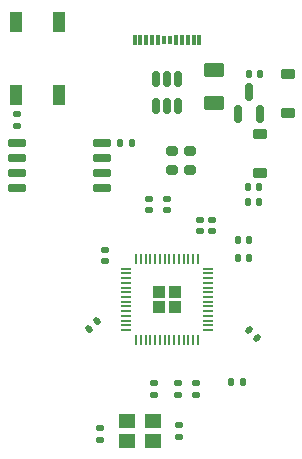
<source format=gtp>
G04 #@! TF.GenerationSoftware,KiCad,Pcbnew,(6.0.7)*
G04 #@! TF.CreationDate,2023-01-16T00:23:34-06:00*
G04 #@! TF.ProjectId,OpenRectangle,4f70656e-5265-4637-9461-6e676c652e6b,rev?*
G04 #@! TF.SameCoordinates,Original*
G04 #@! TF.FileFunction,Paste,Top*
G04 #@! TF.FilePolarity,Positive*
%FSLAX46Y46*%
G04 Gerber Fmt 4.6, Leading zero omitted, Abs format (unit mm)*
G04 Created by KiCad (PCBNEW (6.0.7)) date 2023-01-16 00:23:34*
%MOMM*%
%LPD*%
G01*
G04 APERTURE LIST*
G04 Aperture macros list*
%AMRoundRect*
0 Rectangle with rounded corners*
0 $1 Rounding radius*
0 $2 $3 $4 $5 $6 $7 $8 $9 X,Y pos of 4 corners*
0 Add a 4 corners polygon primitive as box body*
4,1,4,$2,$3,$4,$5,$6,$7,$8,$9,$2,$3,0*
0 Add four circle primitives for the rounded corners*
1,1,$1+$1,$2,$3*
1,1,$1+$1,$4,$5*
1,1,$1+$1,$6,$7*
1,1,$1+$1,$8,$9*
0 Add four rect primitives between the rounded corners*
20,1,$1+$1,$2,$3,$4,$5,0*
20,1,$1+$1,$4,$5,$6,$7,0*
20,1,$1+$1,$6,$7,$8,$9,0*
20,1,$1+$1,$8,$9,$2,$3,0*%
G04 Aperture macros list end*
%ADD10R,1.100000X1.800000*%
%ADD11RoundRect,0.140000X0.170000X-0.140000X0.170000X0.140000X-0.170000X0.140000X-0.170000X-0.140000X0*%
%ADD12RoundRect,0.150000X0.150000X-0.587500X0.150000X0.587500X-0.150000X0.587500X-0.150000X-0.587500X0*%
%ADD13RoundRect,0.140000X0.140000X0.170000X-0.140000X0.170000X-0.140000X-0.170000X0.140000X-0.170000X0*%
%ADD14RoundRect,0.140000X-0.219203X-0.021213X-0.021213X-0.219203X0.219203X0.021213X0.021213X0.219203X0*%
%ADD15R,1.400000X1.200000*%
%ADD16RoundRect,0.140000X-0.021213X0.219203X-0.219203X0.021213X0.021213X-0.219203X0.219203X-0.021213X0*%
%ADD17RoundRect,0.250000X-0.625000X0.375000X-0.625000X-0.375000X0.625000X-0.375000X0.625000X0.375000X0*%
%ADD18RoundRect,0.225000X0.375000X-0.225000X0.375000X0.225000X-0.375000X0.225000X-0.375000X-0.225000X0*%
%ADD19RoundRect,0.140000X-0.140000X-0.170000X0.140000X-0.170000X0.140000X0.170000X-0.140000X0.170000X0*%
%ADD20RoundRect,0.135000X0.185000X-0.135000X0.185000X0.135000X-0.185000X0.135000X-0.185000X-0.135000X0*%
%ADD21RoundRect,0.140000X-0.170000X0.140000X-0.170000X-0.140000X0.170000X-0.140000X0.170000X0.140000X0*%
%ADD22RoundRect,0.200000X-0.275000X0.200000X-0.275000X-0.200000X0.275000X-0.200000X0.275000X0.200000X0*%
%ADD23RoundRect,0.135000X-0.185000X0.135000X-0.185000X-0.135000X0.185000X-0.135000X0.185000X0.135000X0*%
%ADD24RoundRect,0.250000X-0.292217X-0.292217X0.292217X-0.292217X0.292217X0.292217X-0.292217X0.292217X0*%
%ADD25RoundRect,0.050000X-0.387500X-0.050000X0.387500X-0.050000X0.387500X0.050000X-0.387500X0.050000X0*%
%ADD26RoundRect,0.050000X-0.050000X-0.387500X0.050000X-0.387500X0.050000X0.387500X-0.050000X0.387500X0*%
%ADD27RoundRect,0.135000X0.135000X0.185000X-0.135000X0.185000X-0.135000X-0.185000X0.135000X-0.185000X0*%
%ADD28RoundRect,0.150000X-0.150000X0.512500X-0.150000X-0.512500X0.150000X-0.512500X0.150000X0.512500X0*%
%ADD29R,0.300000X0.900000*%
%ADD30R,0.300000X0.700000*%
%ADD31RoundRect,0.150000X-0.650000X-0.150000X0.650000X-0.150000X0.650000X0.150000X-0.650000X0.150000X0*%
G04 APERTURE END LIST*
D10*
G04 #@! TO.C,SW41*
X189460000Y-37600000D03*
X189460000Y-31400000D03*
X185760000Y-37600000D03*
X185760000Y-31400000D03*
G04 #@! TD*
D11*
G04 #@! TO.C,C10*
X193344750Y-51676018D03*
X193344750Y-50716018D03*
G04 #@! TD*
D12*
G04 #@! TO.C,U1*
X204560000Y-39217500D03*
X206460000Y-39217500D03*
X205510000Y-37342500D03*
G04 #@! TD*
D13*
G04 #@! TO.C,C2*
X206480000Y-35830000D03*
X205520000Y-35830000D03*
G04 #@! TD*
D14*
G04 #@! TO.C,C8*
X205546589Y-57476482D03*
X206225411Y-58155304D03*
G04 #@! TD*
D15*
G04 #@! TO.C,Y1*
X197394000Y-65189250D03*
X195194000Y-65189250D03*
X195194000Y-66889250D03*
X197394000Y-66889250D03*
G04 #@! TD*
D16*
G04 #@! TO.C,C12*
X192668161Y-56698607D03*
X191989339Y-57377429D03*
G04 #@! TD*
D11*
G04 #@! TO.C,C16*
X199567750Y-66535018D03*
X199567750Y-65575018D03*
G04 #@! TD*
D17*
G04 #@! TO.C,F1*
X202550000Y-35440000D03*
X202550000Y-38240000D03*
G04 #@! TD*
D18*
G04 #@! TO.C,D1*
X208830000Y-39130000D03*
X208830000Y-35830000D03*
G04 #@! TD*
D13*
G04 #@! TO.C,C6*
X206400000Y-45425000D03*
X205440000Y-45425000D03*
G04 #@! TD*
D19*
G04 #@! TO.C,C1*
X205440000Y-46625000D03*
X206400000Y-46625000D03*
G04 #@! TD*
D11*
G04 #@! TO.C,C3*
X201345750Y-49136018D03*
X201345750Y-48176018D03*
G04 #@! TD*
D20*
G04 #@! TO.C,R4*
X197437000Y-62993250D03*
X197437000Y-61973250D03*
G04 #@! TD*
D21*
G04 #@! TO.C,C5*
X200993000Y-62003250D03*
X200993000Y-62963250D03*
G04 #@! TD*
D19*
G04 #@! TO.C,C13*
X204577000Y-49910250D03*
X205537000Y-49910250D03*
G04 #@! TD*
D11*
G04 #@! TO.C,C9*
X202361750Y-49136018D03*
X202361750Y-48176018D03*
G04 #@! TD*
D19*
G04 #@! TO.C,C17*
X194620000Y-41640000D03*
X195580000Y-41640000D03*
G04 #@! TD*
D21*
G04 #@! TO.C,C15*
X192865000Y-65829018D03*
X192865000Y-66789018D03*
G04 #@! TD*
D22*
G04 #@! TO.C,R3*
X200540000Y-42315000D03*
X200540000Y-43965000D03*
G04 #@! TD*
D23*
G04 #@! TO.C,R5*
X185850000Y-39210000D03*
X185850000Y-40230000D03*
G04 #@! TD*
D22*
G04 #@! TO.C,R2*
X199010000Y-42315000D03*
X199010000Y-43965000D03*
G04 #@! TD*
D11*
G04 #@! TO.C,C7*
X198580000Y-47342250D03*
X198580000Y-46382250D03*
G04 #@! TD*
D18*
G04 #@! TO.C,D2*
X206450000Y-44230000D03*
X206450000Y-40930000D03*
G04 #@! TD*
D21*
G04 #@! TO.C,C11*
X199469000Y-62003250D03*
X199469000Y-62963250D03*
G04 #@! TD*
D24*
G04 #@! TO.C,U3*
X197942500Y-55532500D03*
X199217500Y-55532500D03*
X197942500Y-54257500D03*
X199217500Y-54257500D03*
D25*
X195142500Y-52295000D03*
X195142500Y-52695000D03*
X195142500Y-53095000D03*
X195142500Y-53495000D03*
X195142500Y-53895000D03*
X195142500Y-54295000D03*
X195142500Y-54695000D03*
X195142500Y-55095000D03*
X195142500Y-55495000D03*
X195142500Y-55895000D03*
X195142500Y-56295000D03*
X195142500Y-56695000D03*
X195142500Y-57095000D03*
X195142500Y-57495000D03*
D26*
X195980000Y-58332500D03*
X196380000Y-58332500D03*
X196780000Y-58332500D03*
X197180000Y-58332500D03*
X197580000Y-58332500D03*
X197980000Y-58332500D03*
X198380000Y-58332500D03*
X198780000Y-58332500D03*
X199180000Y-58332500D03*
X199580000Y-58332500D03*
X199980000Y-58332500D03*
X200380000Y-58332500D03*
X200780000Y-58332500D03*
X201180000Y-58332500D03*
D25*
X202017500Y-57495000D03*
X202017500Y-57095000D03*
X202017500Y-56695000D03*
X202017500Y-56295000D03*
X202017500Y-55895000D03*
X202017500Y-55495000D03*
X202017500Y-55095000D03*
X202017500Y-54695000D03*
X202017500Y-54295000D03*
X202017500Y-53895000D03*
X202017500Y-53495000D03*
X202017500Y-53095000D03*
X202017500Y-52695000D03*
X202017500Y-52295000D03*
D26*
X201180000Y-51457500D03*
X200780000Y-51457500D03*
X200380000Y-51457500D03*
X199980000Y-51457500D03*
X199580000Y-51457500D03*
X199180000Y-51457500D03*
X198780000Y-51457500D03*
X198380000Y-51457500D03*
X197980000Y-51457500D03*
X197580000Y-51457500D03*
X197180000Y-51457500D03*
X196780000Y-51457500D03*
X196380000Y-51457500D03*
X195980000Y-51457500D03*
G04 #@! TD*
D11*
G04 #@! TO.C,C4*
X197056000Y-47342250D03*
X197056000Y-46382250D03*
G04 #@! TD*
D27*
G04 #@! TO.C,R1*
X205010000Y-61930000D03*
X203990000Y-61930000D03*
G04 #@! TD*
D28*
G04 #@! TO.C,U2*
X199530000Y-36212500D03*
X198580000Y-36212500D03*
X197630000Y-36212500D03*
X197630000Y-38487500D03*
X198580000Y-38487500D03*
X199530000Y-38487500D03*
G04 #@! TD*
D19*
G04 #@! TO.C,C14*
X204577000Y-51434250D03*
X205537000Y-51434250D03*
G04 #@! TD*
D29*
G04 #@! TO.C,J1*
X201328500Y-32920000D03*
X200828500Y-32920000D03*
X200328500Y-32920000D03*
X199828500Y-32920000D03*
X199328500Y-32920000D03*
D30*
X198828500Y-32920000D03*
X198328500Y-32920000D03*
D29*
X197828500Y-32920000D03*
X197328500Y-32920000D03*
X196828500Y-32920000D03*
X196328500Y-32920000D03*
X195828500Y-32920000D03*
G04 #@! TD*
D31*
G04 #@! TO.C,U4*
X185850000Y-41645000D03*
X185850000Y-42915000D03*
X185850000Y-44185000D03*
X185850000Y-45455000D03*
X193050000Y-45455000D03*
X193050000Y-44185000D03*
X193050000Y-42915000D03*
X193050000Y-41645000D03*
G04 #@! TD*
M02*

</source>
